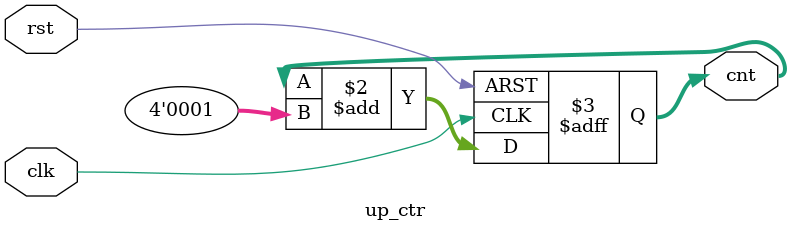
<source format=v>


module up_ctr(input rst,clk,output reg [3:0]cnt);

always @(posedge clk or posedge rst) begin
if(rst)
// up counter
cnt <= 4'd0;
//down counter
//cnt <= 4'b1111;

else
cnt <= (cnt+4'd1);
//to ignore this synthsis warning we can also write in these 2 ways shown below:
// 1.-> cnt <= (cnt + 1) & 4'b1111;
// 2.-> cnt <= (cnt+1) %16; //both are equivalent


//down counter
//cnt <= (cnt - 4'd1);
end
endmodule


</source>
